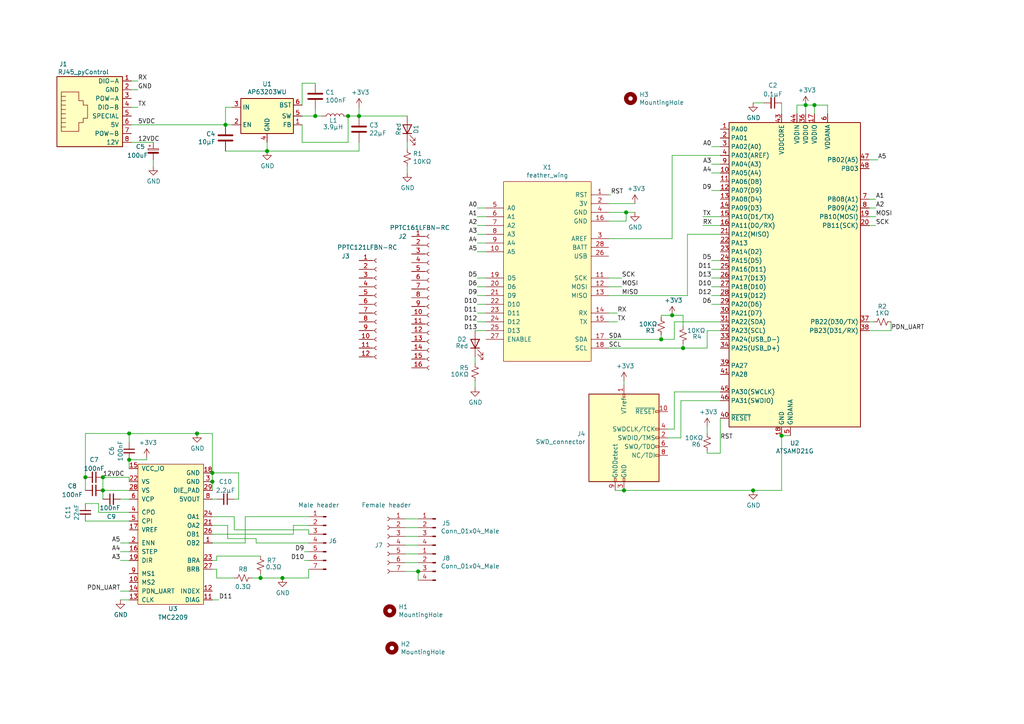
<source format=kicad_sch>
(kicad_sch (version 20201015) (generator eeschema)
  (page 1 1)
  (paper "A4")
  (title_block (title "Syringe Board") (date "2019-12-11") (rev "3.3") (company "Andy Lustig"))
  (lib_symbols
    (symbol "Connector:Conn_01x04_Male" (pin_names (offset 1.016) hide)
      (property "Reference" "J" (at 0 5.08 0))
      (property "Value" "Conn_01x04_Male" (at 0 -7.62 0))
      (symbol "Conn_01x04_Male_1_1"
        (pin passive line (at 5.08 2.54 180) (length 3.81) (name "Pin_1") (number "1"))
        (pin passive line (at 5.08 0 180) (length 3.81) (name "Pin_2") (number "2"))
        (pin passive line (at 5.08 -2.54 180) (length 3.81) (name "Pin_3") (number "3"))
        (pin passive line (at 5.08 -5.08 180) (length 3.81) (name "Pin_4") (number "4"))
      )
    )
    (symbol "Connector:Conn_01x07_Female" (pin_names (offset 1.016) hide)
      (property "Reference" "J" (at 0 10.16 0))
      (property "Value" "Conn_01x07_Female" (at 0 -10.16 0))
      (symbol "Conn_01x07_Female_1_1"
        (pin passive line (at -5.08 7.62 0) (length 3.81) (name "Pin_1") (number "1"))
        (pin passive line (at -5.08 5.08 0) (length 3.81) (name "Pin_2") (number "2"))
        (pin passive line (at -5.08 2.54 0) (length 3.81) (name "Pin_3") (number "3"))
        (pin passive line (at -5.08 0 0) (length 3.81) (name "Pin_4") (number "4"))
        (pin passive line (at -5.08 -2.54 0) (length 3.81) (name "Pin_5") (number "5"))
        (pin passive line (at -5.08 -5.08 0) (length 3.81) (name "Pin_6") (number "6"))
        (pin passive line (at -5.08 -7.62 0) (length 3.81) (name "Pin_7") (number "7"))
      )
    )
    (symbol "Connector:Conn_01x07_Male" (pin_names (offset 1.016) hide)
      (property "Reference" "J" (at 0 10.16 0))
      (property "Value" "Conn_01x07_Male" (at 0 -10.16 0))
      (symbol "Conn_01x07_Male_1_1"
        (pin passive line (at 5.08 7.62 180) (length 3.81) (name "Pin_1") (number "1"))
        (pin passive line (at 5.08 5.08 180) (length 3.81) (name "Pin_2") (number "2"))
        (pin passive line (at 5.08 2.54 180) (length 3.81) (name "Pin_3") (number "3"))
        (pin passive line (at 5.08 0 180) (length 3.81) (name "Pin_4") (number "4"))
        (pin passive line (at 5.08 -2.54 180) (length 3.81) (name "Pin_5") (number "5"))
        (pin passive line (at 5.08 -5.08 180) (length 3.81) (name "Pin_6") (number "6"))
        (pin passive line (at 5.08 -7.62 180) (length 3.81) (name "Pin_7") (number "7"))
      )
    )
    (symbol "Connector:Conn_01x12_Female" (pin_names (offset 1.016) hide)
      (property "Reference" "J" (at 0 15.24 0))
      (property "Value" "Conn_01x12_Female" (at 0 -17.78 0))
      (symbol "Conn_01x12_Female_1_1"
        (pin passive line (at -5.08 12.7 0) (length 3.81) (name "Pin_1") (number "1"))
        (pin passive line (at -5.08 -10.16 0) (length 3.81) (name "Pin_10") (number "10"))
        (pin passive line (at -5.08 -12.7 0) (length 3.81) (name "Pin_11") (number "11"))
        (pin passive line (at -5.08 -15.24 0) (length 3.81) (name "Pin_12") (number "12"))
        (pin passive line (at -5.08 10.16 0) (length 3.81) (name "Pin_2") (number "2"))
        (pin passive line (at -5.08 7.62 0) (length 3.81) (name "Pin_3") (number "3"))
        (pin passive line (at -5.08 5.08 0) (length 3.81) (name "Pin_4") (number "4"))
        (pin passive line (at -5.08 2.54 0) (length 3.81) (name "Pin_5") (number "5"))
        (pin passive line (at -5.08 0 0) (length 3.81) (name "Pin_6") (number "6"))
        (pin passive line (at -5.08 -2.54 0) (length 3.81) (name "Pin_7") (number "7"))
        (pin passive line (at -5.08 -5.08 0) (length 3.81) (name "Pin_8") (number "8"))
        (pin passive line (at -5.08 -7.62 0) (length 3.81) (name "Pin_9") (number "9"))
      )
    )
    (symbol "Connector:Conn_01x16_Female" (pin_names (offset 1.016) hide)
      (property "Reference" "J" (at 0 20.32 0))
      (property "Value" "Conn_01x16_Female" (at 0 -22.86 0))
      (symbol "Conn_01x16_Female_1_1"
        (pin passive line (at -5.08 17.78 0) (length 3.81) (name "Pin_1") (number "1"))
        (pin passive line (at -5.08 -5.08 0) (length 3.81) (name "Pin_10") (number "10"))
        (pin passive line (at -5.08 -7.62 0) (length 3.81) (name "Pin_11") (number "11"))
        (pin passive line (at -5.08 -10.16 0) (length 3.81) (name "Pin_12") (number "12"))
        (pin passive line (at -5.08 -12.7 0) (length 3.81) (name "Pin_13") (number "13"))
        (pin passive line (at -5.08 -15.24 0) (length 3.81) (name "Pin_14") (number "14"))
        (pin passive line (at -5.08 -17.78 0) (length 3.81) (name "Pin_15") (number "15"))
        (pin passive line (at -5.08 -20.32 0) (length 3.81) (name "Pin_16") (number "16"))
        (pin passive line (at -5.08 15.24 0) (length 3.81) (name "Pin_2") (number "2"))
        (pin passive line (at -5.08 12.7 0) (length 3.81) (name "Pin_3") (number "3"))
        (pin passive line (at -5.08 10.16 0) (length 3.81) (name "Pin_4") (number "4"))
        (pin passive line (at -5.08 7.62 0) (length 3.81) (name "Pin_5") (number "5"))
        (pin passive line (at -5.08 5.08 0) (length 3.81) (name "Pin_6") (number "6"))
        (pin passive line (at -5.08 2.54 0) (length 3.81) (name "Pin_7") (number "7"))
        (pin passive line (at -5.08 0 0) (length 3.81) (name "Pin_8") (number "8"))
        (pin passive line (at -5.08 -2.54 0) (length 3.81) (name "Pin_9") (number "9"))
      )
    )
    (symbol "Device:C" (pin_numbers hide) (pin_names (offset 0.254))
      (property "Reference" "C" (at 0.635 2.54 0))
      (property "Value" "C" (at 0.635 -2.54 0))
      (symbol "C_1_1"
        (pin passive line (at 0 3.81 270) (length 2.794) (name "~") (number "1"))
        (pin passive line (at 0 -3.81 90) (length 2.794) (name "~") (number "2"))
      )
    )
    (symbol "Device:C_Small" (pin_numbers hide) (pin_names (offset 0.254) hide)
      (property "Reference" "C" (at 0.254 1.778 0))
      (property "Value" "C_Small" (at 0.254 -2.032 0))
      (symbol "C_Small_1_1"
        (pin passive line (at 0 2.54 270) (length 2.032) (name "~") (number "1"))
        (pin passive line (at 0 -2.54 90) (length 2.032) (name "~") (number "2"))
      )
    )
    (symbol "Device:L" (pin_numbers hide) (pin_names (offset 1.016) hide)
      (property "Reference" "L" (at -1.27 0 90))
      (property "Value" "L" (at 1.905 0 90))
      (symbol "L_1_1"
        (pin passive line (at 0 3.81 270) (length 1.27) (name "1") (number "1"))
        (pin passive line (at 0 -3.81 90) (length 1.27) (name "2") (number "2"))
      )
    )
    (symbol "Device:LED" (pin_numbers hide) (pin_names (offset 1.016) hide)
      (property "Reference" "D" (at 0 2.54 0))
      (property "Value" "LED" (at 0 -2.54 0))
      (symbol "LED_1_1"
        (pin passive line (at -3.81 0 0) (length 2.54) (name "K") (number "1"))
        (pin passive line (at 3.81 0 180) (length 2.54) (name "A") (number "2"))
      )
    )
    (symbol "Device:R_Small_US" (pin_numbers hide) (pin_names (offset 0.254) hide)
      (property "Reference" "R" (at 0.762 0.508 0))
      (property "Value" "R_Small_US" (at 0.762 -1.016 0))
      (symbol "R_Small_US_1_1"
        (pin passive line (at 0 2.54 270) (length 1.016) (name "~") (number "1"))
        (pin passive line (at 0 -2.54 90) (length 1.016) (name "~") (number "2"))
      )
    )
    (symbol "Mechanical:MountingHole" (pin_names (offset 1.016))
      (property "Reference" "H" (at 0 5.08 0))
      (property "Value" "MountingHole" (at 0 3.175 0))
    )
    (symbol "asl_symbols:TMC2208" (pin_names (offset 1.016))
      (property "Reference" "U" (at -8.89 21.59 0))
      (property "Value" "TMC2208" (at 5.08 -21.59 0))
      (symbol "TMC2208_1_1"
        (pin input line (at 11.43 -2.54 180) (length 2.54) (name "OB2") (number "1"))
        (pin input line (at -12.7 -13.97 0) (length 2.54) (name "MS2") (number "10"))
        (pin output line (at 11.43 -19.05 180) (length 2.54) (name "DIAG") (number "11"))
        (pin output line (at 11.43 -16.51 180) (length 2.54) (name "INDEX") (number "12"))
        (pin input line (at -12.7 -19.05 0) (length 2.54) (name "CLK") (number "13"))
        (pin bidirectional line (at -12.7 -16.51 0) (length 2.54) (name "PDN_UART") (number "14"))
        (pin input line (at -12.7 19.05 0) (length 2.54) (name "VCC_IO") (number "15"))
        (pin input line (at -12.7 -5.08 0) (length 2.54) (name "STEP") (number "16"))
        (pin input line (at -12.7 1.27 0) (length 2.54) (name "VREF") (number "17"))
        (pin input line (at 11.43 17.78 180) (length 2.54) (name "GND") (number "18"))
        (pin input line (at -12.7 -7.62 0) (length 2.54) (name "DIR") (number "19"))
        (pin input line (at -12.7 -2.54 0) (length 2.54) (name "ENN") (number "2"))
        (pin unconnected line (at 8.89 25.4 0) (length 2.54) hide (name "N.C.") (number "20"))
        (pin input line (at 11.43 2.54 180) (length 2.54) (name "OA2") (number "21"))
        (pin input line (at -12.7 15.24 0) (length 2.54) (name "VS") (number "22"))
        (pin input line (at 11.43 -7.62 180) (length 2.54) (name "BRA") (number "23"))
        (pin input line (at 11.43 5.08 180) (length 2.54) (name "OA1") (number "24"))
        (pin unconnected line (at 8.89 22.86 0) (length 2.54) hide (name "N.C.") (number "25"))
        (pin input line (at 11.43 0 180) (length 2.54) (name "OB1") (number "26"))
        (pin input line (at 11.43 -10.16 180) (length 2.54) (name "BRB") (number "27"))
        (pin input line (at -12.7 12.7 0) (length 2.54) (name "VS") (number "28"))
        (pin output line (at 11.43 12.7 180) (length 2.54) (name "DIE_PAD") (number "29"))
        (pin input line (at 11.43 15.24 180) (length 2.54) (name "GND") (number "3"))
        (pin input line (at -12.7 6.35 0) (length 2.54) (name "CPO") (number "4"))
        (pin input line (at -12.7 3.81 0) (length 2.54) (name "CPI") (number "5"))
        (pin input line (at -12.7 10.16 0) (length 2.54) (name "VCP") (number "6"))
        (pin unconnected line (at 8.89 27.94 0) (length 2.54) hide (name "N.C.") (number "7"))
        (pin output line (at 11.43 10.16 180) (length 2.54) (name "5VOUT") (number "8"))
        (pin input line (at -12.7 -11.43 0) (length 2.54) (name "MS1") (number "9"))
      )
    )
    (symbol "asl_symbols:feather_wing" (pin_names (offset 1.016))
      (property "Reference" "X" (at -11.43 26.67 0))
      (property "Value" "feather_wing" (at 0 -26.67 0))
      (symbol "feather_wing_1_0"
        (pin bidirectional line (at -17.78 20.32 0) (length 5.08) (name "RST") (number "1"))
        (pin bidirectional line (at 17.78 3.81 180) (length 5.08) (name "A5") (number "10"))
        (pin bidirectional line (at -17.78 -3.81 0) (length 5.08) (name "SCK") (number "11"))
        (pin bidirectional line (at -17.78 -6.35 0) (length 5.08) (name "MOSI") (number "12"))
        (pin bidirectional line (at -17.78 -8.89 0) (length 5.08) (name "MISO") (number "13"))
        (pin bidirectional line (at -17.78 -13.97 0) (length 5.08) (name "RX") (number "14"))
        (pin bidirectional line (at -17.78 -16.51 0) (length 5.08) (name "TX") (number "15"))
        (pin bidirectional line (at -17.78 12.7 0) (length 5.08) (name "GND") (number "16"))
        (pin bidirectional line (at -17.78 -21.59 0) (length 5.08) (name "SDA") (number "17"))
        (pin bidirectional line (at -17.78 -24.13 0) (length 5.08) (name "SCL") (number "18"))
        (pin bidirectional line (at 17.78 -3.81 180) (length 5.08) (name "D5") (number "19"))
        (pin bidirectional line (at -17.78 17.78 0) (length 5.08) (name "3V") (number "2"))
        (pin bidirectional line (at 17.78 -6.35 180) (length 5.08) (name "D6") (number "20"))
        (pin bidirectional line (at 17.78 -8.89 180) (length 5.08) (name "D9") (number "21"))
        (pin bidirectional line (at 17.78 -11.43 180) (length 5.08) (name "D10") (number "22"))
        (pin bidirectional line (at 17.78 -13.97 180) (length 5.08) (name "D11") (number "23"))
        (pin bidirectional line (at 17.78 -16.51 180) (length 5.08) (name "D12") (number "24"))
        (pin bidirectional line (at 17.78 -19.05 180) (length 5.08) (name "D13") (number "25"))
        (pin bidirectional line (at -17.78 2.54 0) (length 5.08) (name "USB") (number "26"))
        (pin bidirectional line (at 17.78 -21.59 180) (length 5.08) (name "ENABLE") (number "27"))
        (pin bidirectional line (at -17.78 5.08 0) (length 5.08) (name "BATT") (number "28"))
        (pin bidirectional line (at -17.78 7.62 0) (length 5.08) (name "AREF") (number "3"))
        (pin bidirectional line (at -17.78 15.24 0) (length 5.08) (name "GND") (number "4"))
        (pin bidirectional line (at 17.78 16.51 180) (length 5.08) (name "A0") (number "5"))
        (pin bidirectional line (at 17.78 13.97 180) (length 5.08) (name "A1") (number "6"))
        (pin bidirectional line (at 17.78 11.43 180) (length 5.08) (name "A2") (number "7"))
        (pin bidirectional line (at 17.78 8.89 180) (length 5.08) (name "A3") (number "8"))
        (pin bidirectional line (at 17.78 6.35 180) (length 5.08) (name "A4") (number "9"))
      )
    )
    (symbol "asl_symbols_new:AP63203WU"
      (property "Reference" "U" (at -7.62 6.35 0))
      (property "Value" "AP63203WU" (at 2.54 6.35 0))
      (symbol "AP63203WU_1_1"
        (pin input line (at 10.16 -2.54 180) (length 2.54) (name "FB") (number "1"))
        (pin input line (at -10.16 -2.54 0) (length 2.54) (name "EN") (number "2"))
        (pin power_in line (at -10.16 2.54 0) (length 2.54) (name "IN") (number "3"))
        (pin power_in line (at 0 -7.62 90) (length 2.54) (name "GND") (number "4"))
        (pin output line (at 10.16 0 180) (length 2.54) (name "SW") (number "5"))
        (pin passive line (at 10.16 3.175 180) (length 2.54) (name "BST") (number "6"))
      )
    )
    (symbol "asl_symbols_new:ATSAMD21G_1"
      (property "Reference" "U" (at -17.78 45.085 0))
      (property "Value" "ATSAMD21G" (at -13.335 42.545 0))
      (symbol "ATSAMD21G_1_1_1"
        (pin bidirectional line (at -21.59 38.735 0) (length 2.54) (name "PA00") (number "1"))
        (pin bidirectional line (at -21.59 26.035 0) (length 2.54) (name "PA05(A4)") (number "10"))
        (pin bidirectional line (at -21.59 23.495 0) (length 2.54) (name "PA06(D8)") (number "11"))
        (pin bidirectional line (at -21.59 20.955 0) (length 2.54) (name "PA07(D9)") (number "12"))
        (pin bidirectional line (at -21.59 18.415 0) (length 2.54) (name "PA08(D4)") (number "13"))
        (pin bidirectional line (at -21.59 15.875 0) (length 2.54) (name "PA09(D3)") (number "14"))
        (pin bidirectional line (at -21.59 13.335 0) (length 2.54) (name "PA10(D1/TX)") (number "15"))
        (pin bidirectional line (at -21.59 10.795 0) (length 2.54) (name "PA11(D0/RX)") (number "16"))
        (pin power_in line (at 5.715 43.18 270) (length 2.54) (name "VDDIO") (number "17"))
        (pin power_in line (at -3.81 -50.165 90) (length 2.54) (name "GND") (number "18"))
        (pin bidirectional line (at 21.59 13.335 180) (length 2.54) (name "PB10(MOSI)") (number "19"))
        (pin bidirectional line (at -21.59 36.195 0) (length 2.54) (name "PA01") (number "2"))
        (pin bidirectional line (at 21.59 10.795 180) (length 2.54) (name "PB11(SCK)") (number "20"))
        (pin bidirectional line (at -21.59 8.255 0) (length 2.54) (name "PA12(MISO)") (number "21"))
        (pin bidirectional line (at -21.59 5.715 0) (length 2.54) (name "PA13") (number "22"))
        (pin bidirectional line (at -21.59 3.175 0) (length 2.54) (name "PA14(D2)") (number "23"))
        (pin bidirectional line (at -21.59 0.635 0) (length 2.54) (name "PA15(D5)") (number "24"))
        (pin bidirectional line (at -21.59 -1.905 0) (length 2.54) (name "PA16(D11)") (number "25"))
        (pin bidirectional line (at -21.59 -4.445 0) (length 2.54) (name "PA17(D13)") (number "26"))
        (pin bidirectional line (at -21.59 -6.985 0) (length 2.54) (name "PA18(D10)") (number "27"))
        (pin bidirectional line (at -21.59 -9.525 0) (length 2.54) (name "PA19(D12)") (number "28"))
        (pin bidirectional line (at -21.59 -12.065 0) (length 2.54) (name "PA20(D6)") (number "29"))
        (pin bidirectional line (at -21.59 33.655 0) (length 2.54) (name "PA02(A0)") (number "3"))
        (pin bidirectional line (at -21.59 -14.605 0) (length 2.54) (name "PA21(D7)") (number "30"))
        (pin bidirectional line (at -21.59 -17.145 0) (length 2.54) (name "PA22(SDA)") (number "31"))
        (pin bidirectional line (at -21.59 -19.685 0) (length 2.54) (name "PA23(SCL)") (number "32"))
        (pin bidirectional line (at -21.59 -22.225 0) (length 2.54) (name "PA24(USB_D-)") (number "33"))
        (pin bidirectional line (at -21.59 -24.765 0) (length 2.54) (name "PA25(USB_D+)") (number "34"))
        (pin passive line (at -3.81 -50.165 90) (length 2.54) hide (name "GND") (number "35"))
        (pin power_in line (at 3.175 43.18 270) (length 2.54) (name "VDDIO") (number "36"))
        (pin bidirectional line (at 21.59 -17.145 180) (length 2.54) (name "PB22(D30/TX)") (number "37"))
        (pin bidirectional line (at 21.59 -19.685 180) (length 2.54) (name "PB23(D31/RX)") (number "38"))
        (pin bidirectional line (at -21.59 -29.845 0) (length 2.54) (name "PA27") (number "39"))
        (pin bidirectional line (at -21.59 31.115 0) (length 2.54) (name "PA03(AREF)") (number "4"))
        (pin input line (at -21.59 -45.085 0) (length 2.54) (name "~RESET") (number "40"))
        (pin bidirectional line (at -21.59 -32.385 0) (length 2.54) (name "PA28") (number "41"))
        (pin passive line (at -3.81 -50.165 90) (length 2.54) hide (name "GND") (number "42"))
        (pin power_out line (at -3.81 43.18 270) (length 2.54) (name "VDDCORE") (number "43"))
        (pin power_in line (at 0.635 43.18 270) (length 2.54) (name "VDDIN") (number "44"))
        (pin bidirectional line (at -21.59 -37.465 0) (length 2.54) (name "PA30(SWCLK)") (number "45"))
        (pin bidirectional line (at -21.59 -40.005 0) (length 2.54) (name "PA31(SWDIO)") (number "46"))
        (pin bidirectional line (at 21.59 29.845 180) (length 2.54) (name "PB02(A5)") (number "47"))
        (pin bidirectional line (at 21.59 27.305 180) (length 2.54) (name "PB03") (number "48"))
        (pin power_in line (at -1.27 -50.165 90) (length 2.54) (name "GNDANA") (number "5"))
        (pin power_in line (at 9.525 43.18 270) (length 2.54) (name "VDDANA") (number "6"))
        (pin bidirectional line (at 21.59 18.415 180) (length 2.54) (name "PB08(A1)") (number "7"))
        (pin bidirectional line (at 21.59 15.875 180) (length 2.54) (name "PB09(A2)") (number "8"))
        (pin bidirectional line (at -21.59 28.575 0) (length 2.54) (name "PA04(A3)") (number "9"))
      )
    )
    (symbol "asl_symbols_new:RJ45_pyControl" (pin_names (offset 1.016))
      (property "Reference" "J" (at -8.89 11.43 0))
      (property "Value" "RJ45_pyControl" (at -10.16 -11.43 0))
      (symbol "RJ45_pyControl_1_1"
        (pin passive line (at 11.43 -8.89 180) (length 2.54) (name "DIO-A") (number "1"))
        (pin passive line (at 11.43 -6.35 180) (length 2.54) (name "GND") (number "2"))
        (pin passive line (at 11.43 -3.81 180) (length 2.54) (name "POW-A") (number "3"))
        (pin passive line (at 11.43 -1.27 180) (length 2.54) (name "DIO-B") (number "4"))
        (pin passive line (at 11.43 1.27 180) (length 2.54) (name "SPECIAL") (number "5"))
        (pin passive line (at 11.43 3.81 180) (length 2.54) (name "5V") (number "6"))
        (pin passive line (at 11.43 6.35 180) (length 2.54) (name "POW-B") (number "7"))
        (pin passive line (at 11.43 8.89 180) (length 2.54) (name "12V") (number "8"))
      )
    )
    (symbol "asl_symbols_new:SWD_connector" (pin_names (offset 1.016))
      (property "Reference" "J" (at -2.54 16.51 0))
      (property "Value" "SWD_connector" (at -2.54 13.97 0))
      (symbol "SWD_connector_1_1"
        (pin power_in line (at 0 15.24 270) (length 2.54) (name "VTref") (number "1"))
        (pin open_collector line (at 12.7 7.62 180) (length 2.54) (name "~RESET~") (number "10"))
        (pin bidirectional line (at 12.7 0 180) (length 2.54) (name "SWDIO/TMS") (number "2"))
        (pin power_in line (at 0 -15.24 90) (length 2.54) (name "GND") (number "3"))
        (pin output line (at 12.7 2.54 180) (length 2.54) (name "SWDCLK/TCK") (number "4"))
        (pin passive line (at 0 -15.24 90) (length 2.54) hide (name "GND") (number "5"))
        (pin input line (at 12.7 -2.54 180) (length 2.54) (name "SWO/TDO") (number "6"))
        (pin unconnected line (at -10.16 0 0) (length 2.54) hide (name "KEY") (number "7"))
        (pin output line (at 12.7 -5.08 180) (length 2.54) (name "NC/TDI") (number "8"))
        (pin passive line (at -2.54 -15.24 90) (length 2.54) (name "GNDDetect") (number "9"))
      )
    )
    (symbol "power:+3V3" (power) (pin_names (offset 0))
      (property "Value" "+3V3" (at 0 3.556 0))
      (symbol "+3V3_1_1"
        (pin power_in line (at 0 0 90) (length 0) hide (name "+3V3") (number "1"))
      )
    )
    (symbol "power:GND" (power) (pin_names (offset 0))
      (property "Value" "GND" (at 0 -3.81 0))
      (symbol "GND_1_1"
        (pin power_in line (at 0 0 270) (length 0) hide (name "GND") (number "1"))
      )
    )
    (symbol "syringe_board-rescue:CP_Small-Device" (pin_numbers hide) (pin_names (offset 0.254) hide)
      (property "Reference" "C" (at 0.254 1.778 0))
      (property "Value" "CP_Small-Device" (at 0.254 -2.032 0))
      (symbol "CP_Small-Device_1_1"
        (pin passive line (at 0 2.54 270) (length 1.8542) (name "~") (number "1"))
        (pin passive line (at 0 -2.54 90) (length 1.8542) (name "~") (number "2"))
      )
    )
  )
  (junction (at 24.765 138.43) (diameter 1.016))
  (junction (at 29.845 138.43) (diameter 1.016))
  (junction (at 29.845 142.24) (diameter 1.016))
  (junction (at 37.465 125.73) (diameter 1.016))
  (junction (at 37.465 133.35) (diameter 1.016))
  (junction (at 57.15 125.73) (diameter 1.016))
  (junction (at 61.595 137.16) (diameter 1.016))
  (junction (at 61.595 139.7) (diameter 1.016))
  (junction (at 65.405 36.195) (diameter 1.016))
  (junction (at 75.565 167.64) (diameter 1.016))
  (junction (at 77.47 43.815) (diameter 1.016))
  (junction (at 81.915 167.64) (diameter 1.016))
  (junction (at 91.44 33.655) (diameter 1.016))
  (junction (at 100.965 33.655) (diameter 1.016))
  (junction (at 104.14 33.655) (diameter 1.016))
  (junction (at 121.285 165.735) (diameter 1.016))
  (junction (at 180.975 142.24) (diameter 1.016))
  (junction (at 181.61 61.595) (diameter 1.016))
  (junction (at 191.77 98.425) (diameter 1.016))
  (junction (at 194.945 91.44) (diameter 1.016))
  (junction (at 198.12 100.965) (diameter 1.016))
  (junction (at 218.44 142.24) (diameter 1.016))
  (junction (at 226.695 126.365) (diameter 1.016))
  (junction (at 233.68 30.48) (diameter 1.016))
  (junction (at 236.22 30.48) (diameter 1.016))
  (wire (pts (xy 24.765 125.73) (xy 24.765 138.43)))
  (wire (pts (xy 24.765 138.43) (xy 24.765 142.24)))
  (wire (pts (xy 24.765 146.05) (xy 28.575 146.05)))
  (wire (pts (xy 28.575 146.05) (xy 28.575 148.59)))
  (wire (pts (xy 28.575 148.59) (xy 37.465 148.59)))
  (wire (pts (xy 29.845 138.43) (xy 29.845 142.24)))
  (wire (pts (xy 29.845 138.43) (xy 37.465 138.43)))
  (wire (pts (xy 29.845 142.24) (xy 37.465 142.24)))
  (wire (pts (xy 29.845 144.78) (xy 29.845 142.24)))
  (wire (pts (xy 34.925 157.48) (xy 37.465 157.48)))
  (wire (pts (xy 34.925 173.99) (xy 37.465 173.99)))
  (wire (pts (xy 37.465 125.73) (xy 24.765 125.73)))
  (wire (pts (xy 37.465 128.27) (xy 37.465 125.73)))
  (wire (pts (xy 37.465 133.35) (xy 37.465 135.89)))
  (wire (pts (xy 37.465 133.35) (xy 42.545 133.35)))
  (wire (pts (xy 37.465 138.43) (xy 37.465 139.7)))
  (wire (pts (xy 37.465 144.78) (xy 34.925 144.78)))
  (wire (pts (xy 37.465 151.13) (xy 24.765 151.13)))
  (wire (pts (xy 37.465 160.02) (xy 34.925 160.02)))
  (wire (pts (xy 37.465 162.56) (xy 34.925 162.56)))
  (wire (pts (xy 37.465 171.45) (xy 34.925 171.45)))
  (wire (pts (xy 38.1 23.495) (xy 40.005 23.495)))
  (wire (pts (xy 38.1 26.035) (xy 40.005 26.035)))
  (wire (pts (xy 38.1 31.115) (xy 40.005 31.115)))
  (wire (pts (xy 38.1 36.195) (xy 65.405 36.195)))
  (wire (pts (xy 38.1 41.275) (xy 44.45 41.275)))
  (wire (pts (xy 42.545 132.715) (xy 42.545 133.35)))
  (wire (pts (xy 44.45 46.355) (xy 44.45 48.26)))
  (wire (pts (xy 57.15 125.73) (xy 37.465 125.73)))
  (wire (pts (xy 61.595 125.73) (xy 57.15 125.73)))
  (wire (pts (xy 61.595 137.16) (xy 61.595 125.73)))
  (wire (pts (xy 61.595 137.16) (xy 61.595 139.7)))
  (wire (pts (xy 61.595 139.7) (xy 61.595 142.24)))
  (wire (pts (xy 61.595 144.78) (xy 62.865 144.78)))
  (wire (pts (xy 61.595 149.86) (xy 67.945 149.86)))
  (wire (pts (xy 61.595 152.4) (xy 66.04 152.4)))
  (wire (pts (xy 61.595 157.48) (xy 71.12 157.48)))
  (wire (pts (xy 61.595 165.1) (xy 62.865 165.1)))
  (wire (pts (xy 61.595 173.99) (xy 63.5 173.99)))
  (wire (pts (xy 62.865 161.29) (xy 62.865 162.56)))
  (wire (pts (xy 62.865 162.56) (xy 61.595 162.56)))
  (wire (pts (xy 62.865 165.1) (xy 62.865 167.64)))
  (wire (pts (xy 62.865 167.64) (xy 67.945 167.64)))
  (wire (pts (xy 65.405 31.115) (xy 67.31 31.115)))
  (wire (pts (xy 65.405 36.195) (xy 65.405 31.115)))
  (wire (pts (xy 65.405 43.815) (xy 77.47 43.815)))
  (wire (pts (xy 66.04 152.4) (xy 66.04 156.21)))
  (wire (pts (xy 66.04 156.21) (xy 74.295 156.21)))
  (wire (pts (xy 67.31 36.195) (xy 65.405 36.195)))
  (wire (pts (xy 67.945 144.78) (xy 69.215 144.78)))
  (wire (pts (xy 67.945 149.86) (xy 67.945 153.67)))
  (wire (pts (xy 67.945 153.67) (xy 89.535 153.67)))
  (wire (pts (xy 69.215 137.16) (xy 61.595 137.16)))
  (wire (pts (xy 69.215 144.78) (xy 69.215 137.16)))
  (wire (pts (xy 71.12 149.86) (xy 71.12 157.48)))
  (wire (pts (xy 71.12 149.86) (xy 89.535 149.86)))
  (wire (pts (xy 73.025 167.64) (xy 75.565 167.64)))
  (wire (pts (xy 74.295 156.21) (xy 74.295 157.48)))
  (wire (pts (xy 74.295 157.48) (xy 89.535 157.48)))
  (wire (pts (xy 75.565 161.29) (xy 62.865 161.29)))
  (wire (pts (xy 75.565 167.64) (xy 75.565 166.37)))
  (wire (pts (xy 75.565 167.64) (xy 81.915 167.64)))
  (wire (pts (xy 77.47 43.815) (xy 77.47 41.275)))
  (wire (pts (xy 77.47 43.815) (xy 104.14 43.815)))
  (wire (pts (xy 81.915 167.64) (xy 89.535 167.64)))
  (wire (pts (xy 85.09 152.4) (xy 85.09 154.94)))
  (wire (pts (xy 85.09 152.4) (xy 89.535 152.4)))
  (wire (pts (xy 85.09 154.94) (xy 61.595 154.94)))
  (wire (pts (xy 87.63 24.13) (xy 87.63 30.48)))
  (wire (pts (xy 87.63 24.13) (xy 91.44 24.13)))
  (wire (pts (xy 87.63 33.655) (xy 91.44 33.655)))
  (wire (pts (xy 87.63 36.195) (xy 87.63 41.275)))
  (wire (pts (xy 87.63 41.275) (xy 100.965 41.275)))
  (wire (pts (xy 88.265 162.56) (xy 89.535 162.56)))
  (wire (pts (xy 89.535 153.67) (xy 89.535 154.94)))
  (wire (pts (xy 89.535 160.02) (xy 88.265 160.02)))
  (wire (pts (xy 89.535 165.1) (xy 89.535 167.64)))
  (wire (pts (xy 91.44 31.75) (xy 91.44 33.655)))
  (wire (pts (xy 91.44 33.655) (xy 93.345 33.655)))
  (wire (pts (xy 100.965 33.655) (xy 104.14 33.655)))
  (wire (pts (xy 100.965 41.275) (xy 100.965 33.655)))
  (wire (pts (xy 104.14 31.115) (xy 104.14 33.655)))
  (wire (pts (xy 104.14 33.655) (xy 118.11 33.655)))
  (wire (pts (xy 104.14 43.815) (xy 104.14 41.275)))
  (wire (pts (xy 117.475 150.495) (xy 121.285 150.495)))
  (wire (pts (xy 117.475 153.035) (xy 121.285 153.035)))
  (wire (pts (xy 117.475 155.575) (xy 121.285 155.575)))
  (wire (pts (xy 117.475 158.115) (xy 121.285 158.115)))
  (wire (pts (xy 117.475 160.655) (xy 121.285 160.655)))
  (wire (pts (xy 117.475 163.195) (xy 121.285 163.195)))
  (wire (pts (xy 117.475 165.735) (xy 121.285 165.735)))
  (wire (pts (xy 118.11 41.275) (xy 118.11 43.18)))
  (wire (pts (xy 118.11 48.26) (xy 118.11 50.165)))
  (wire (pts (xy 121.285 165.735) (xy 121.285 168.275)))
  (wire (pts (xy 137.795 95.885) (xy 140.97 95.885)))
  (wire (pts (xy 137.795 105.41) (xy 137.795 103.505)))
  (wire (pts (xy 137.795 110.49) (xy 137.795 112.395)))
  (wire (pts (xy 138.43 60.325) (xy 140.97 60.325)))
  (wire (pts (xy 138.43 62.865) (xy 140.97 62.865)))
  (wire (pts (xy 138.43 65.405) (xy 140.97 65.405)))
  (wire (pts (xy 138.43 67.945) (xy 140.97 67.945)))
  (wire (pts (xy 138.43 70.485) (xy 140.97 70.485)))
  (wire (pts (xy 138.43 73.025) (xy 140.97 73.025)))
  (wire (pts (xy 138.43 80.645) (xy 140.97 80.645)))
  (wire (pts (xy 138.43 83.185) (xy 140.97 83.185)))
  (wire (pts (xy 138.43 85.725) (xy 140.97 85.725)))
  (wire (pts (xy 138.43 88.265) (xy 140.97 88.265)))
  (wire (pts (xy 138.43 90.805) (xy 140.97 90.805)))
  (wire (pts (xy 138.43 93.345) (xy 140.97 93.345)))
  (wire (pts (xy 176.53 56.515) (xy 177.165 56.515)))
  (wire (pts (xy 176.53 59.055) (xy 184.15 59.055)))
  (wire (pts (xy 176.53 61.595) (xy 181.61 61.595)))
  (wire (pts (xy 176.53 64.135) (xy 181.61 64.135)))
  (wire (pts (xy 176.53 69.215) (xy 194.945 69.215)))
  (wire (pts (xy 176.53 80.645) (xy 180.34 80.645)))
  (wire (pts (xy 176.53 83.185) (xy 180.34 83.185)))
  (wire (pts (xy 176.53 85.725) (xy 199.39 85.725)))
  (wire (pts (xy 176.53 90.805) (xy 179.07 90.805)))
  (wire (pts (xy 176.53 93.345) (xy 179.07 93.345)))
  (wire (pts (xy 176.53 98.425) (xy 191.77 98.425)))
  (wire (pts (xy 176.53 100.965) (xy 198.12 100.965)))
  (wire (pts (xy 178.435 142.24) (xy 180.975 142.24)))
  (wire (pts (xy 180.975 110.49) (xy 180.975 111.76)))
  (wire (pts (xy 180.975 142.24) (xy 218.44 142.24)))
  (wire (pts (xy 181.61 61.595) (xy 181.61 64.135)))
  (wire (pts (xy 181.61 61.595) (xy 184.15 61.595)))
  (wire (pts (xy 191.77 91.44) (xy 194.945 91.44)))
  (wire (pts (xy 191.77 92.075) (xy 191.77 91.44)))
  (wire (pts (xy 191.77 97.155) (xy 191.77 98.425)))
  (wire (pts (xy 193.675 127) (xy 197.485 127)))
  (wire (pts (xy 194.945 45.085) (xy 208.915 45.085)))
  (wire (pts (xy 194.945 69.215) (xy 194.945 45.085)))
  (wire (pts (xy 194.945 91.44) (xy 198.12 91.44)))
  (wire (pts (xy 195.58 93.345) (xy 195.58 98.425)))
  (wire (pts (xy 195.58 98.425) (xy 191.77 98.425)))
  (wire (pts (xy 195.58 113.665) (xy 195.58 124.46)))
  (wire (pts (xy 195.58 124.46) (xy 193.675 124.46)))
  (wire (pts (xy 197.485 116.205) (xy 208.915 116.205)))
  (wire (pts (xy 197.485 127) (xy 197.485 116.205)))
  (wire (pts (xy 198.12 91.44) (xy 198.12 94.615)))
  (wire (pts (xy 198.12 99.695) (xy 198.12 100.965)))
  (wire (pts (xy 199.39 67.945) (xy 208.915 67.945)))
  (wire (pts (xy 199.39 85.725) (xy 199.39 67.945)))
  (wire (pts (xy 203.835 62.865) (xy 208.915 62.865)))
  (wire (pts (xy 203.835 65.405) (xy 208.915 65.405)))
  (wire (pts (xy 205.105 95.885) (xy 205.105 100.965)))
  (wire (pts (xy 205.105 100.965) (xy 198.12 100.965)))
  (wire (pts (xy 205.105 123.825) (xy 205.105 125.73)))
  (wire (pts (xy 205.105 131.445) (xy 205.105 130.81)))
  (wire (pts (xy 205.105 131.445) (xy 208.915 131.445)))
  (wire (pts (xy 206.375 42.545) (xy 208.915 42.545)))
  (wire (pts (xy 206.375 47.625) (xy 208.915 47.625)))
  (wire (pts (xy 206.375 50.165) (xy 208.915 50.165)))
  (wire (pts (xy 206.375 55.245) (xy 208.915 55.245)))
  (wire (pts (xy 206.375 75.565) (xy 208.915 75.565)))
  (wire (pts (xy 206.375 78.105) (xy 208.915 78.105)))
  (wire (pts (xy 206.375 80.645) (xy 208.915 80.645)))
  (wire (pts (xy 206.375 83.185) (xy 208.915 83.185)))
  (wire (pts (xy 206.375 85.725) (xy 208.915 85.725)))
  (wire (pts (xy 206.375 88.265) (xy 208.915 88.265)))
  (wire (pts (xy 208.915 93.345) (xy 195.58 93.345)))
  (wire (pts (xy 208.915 95.885) (xy 205.105 95.885)))
  (wire (pts (xy 208.915 113.665) (xy 195.58 113.665)))
  (wire (pts (xy 208.915 121.285) (xy 208.915 131.445)))
  (wire (pts (xy 218.44 29.845) (xy 221.615 29.845)))
  (wire (pts (xy 218.44 142.24) (xy 226.695 142.24)))
  (wire (pts (xy 226.695 29.845) (xy 226.695 33.02)))
  (wire (pts (xy 226.695 126.365) (xy 226.695 142.24)))
  (wire (pts (xy 226.695 126.365) (xy 229.235 126.365)))
  (wire (pts (xy 231.14 30.48) (xy 233.68 30.48)))
  (wire (pts (xy 231.14 33.02) (xy 231.14 30.48)))
  (wire (pts (xy 233.68 30.48) (xy 233.68 33.02)))
  (wire (pts (xy 233.68 30.48) (xy 236.22 30.48)))
  (wire (pts (xy 236.22 30.48) (xy 236.22 33.02)))
  (wire (pts (xy 240.03 30.48) (xy 236.22 30.48)))
  (wire (pts (xy 240.03 33.02) (xy 240.03 30.48)))
  (wire (pts (xy 252.095 46.355) (xy 254.635 46.355)))
  (wire (pts (xy 252.095 57.785) (xy 254 57.785)))
  (wire (pts (xy 252.095 60.325) (xy 254 60.325)))
  (wire (pts (xy 252.095 62.865) (xy 254 62.865)))
  (wire (pts (xy 252.095 65.405) (xy 254 65.405)))
  (wire (pts (xy 252.095 93.345) (xy 253.365 93.345)))
  (wire (pts (xy 252.095 95.885) (xy 258.445 95.885)))
  (wire (pts (xy 258.445 95.885) (xy 258.445 93.345)))
  (label "12VDC" (at 29.845 138.43 0))
  (label "A5" (at 34.925 157.48 180))
  (label "A4" (at 34.925 160.02 180))
  (label "A3" (at 34.925 162.56 180))
  (label "PDN_UART" (at 34.925 171.45 180))
  (label "RX" (at 40.005 23.495 0))
  (label "GND" (at 40.005 26.035 0))
  (label "TX" (at 40.005 31.115 0))
  (label "5VDC" (at 40.005 36.195 0))
  (label "12VDC" (at 40.005 41.275 0))
  (label "D11" (at 63.5 173.99 0))
  (label "D9" (at 88.265 160.02 180))
  (label "D10" (at 88.265 162.56 180))
  (label "A0" (at 138.43 60.325 180))
  (label "A1" (at 138.43 62.865 180))
  (label "A2" (at 138.43 65.405 180))
  (label "A3" (at 138.43 67.945 180))
  (label "A4" (at 138.43 70.485 180))
  (label "A5" (at 138.43 73.025 180))
  (label "D5" (at 138.43 80.645 180))
  (label "D6" (at 138.43 83.185 180))
  (label "D9" (at 138.43 85.725 180))
  (label "D10" (at 138.43 88.265 180))
  (label "D11" (at 138.43 90.805 180))
  (label "D12" (at 138.43 93.345 180))
  (label "D13" (at 138.43 95.885 180))
  (label "SDA" (at 176.53 98.425 0))
  (label "SCL" (at 176.53 100.965 0))
  (label "RST" (at 177.165 56.515 0))
  (label "RX" (at 179.07 90.805 0))
  (label "TX" (at 179.07 93.345 0))
  (label "SCK" (at 180.34 80.645 0))
  (label "MOSI" (at 180.34 83.185 0))
  (label "MISO" (at 180.34 85.725 0))
  (label "TX" (at 203.835 62.865 0))
  (label "RX" (at 203.835 65.405 0))
  (label "A0" (at 206.375 42.545 180))
  (label "A3" (at 206.375 47.625 180))
  (label "A4" (at 206.375 50.165 180))
  (label "D9" (at 206.375 55.245 180))
  (label "D5" (at 206.375 75.565 180))
  (label "D11" (at 206.375 78.105 180))
  (label "D13" (at 206.375 80.645 180))
  (label "D10" (at 206.375 83.185 180))
  (label "D12" (at 206.375 85.725 180))
  (label "D6" (at 206.375 88.265 180))
  (label "RST" (at 208.915 127.635 0))
  (label "A1" (at 254 57.785 0))
  (label "A2" (at 254 60.325 0))
  (label "MOSI" (at 254 62.865 0))
  (label "SCK" (at 254 65.405 0))
  (label "A5" (at 254.635 46.355 0))
  (label "PDN_UART" (at 258.445 95.885 0))
  (symbol (lib_id "power:+3V3") (at 42.545 132.715 0) (unit 1)
    (property "Reference" "#PWR014" (effects hide))
    (property "Value" "+3V3" (at 42.9133 128.3906 0))
  )
  (symbol (lib_id "power:+3V3") (at 104.14 31.115 0) (unit 1)
    (property "Reference" "#PWR03" (effects hide))
    (property "Value" "+3V3" (at 104.5083 26.7906 0))
  )
  (symbol (lib_id "power:+3V3") (at 180.975 110.49 0) (unit 1)
    (property "Reference" "#PWR010" (effects hide))
    (property "Value" "+3V3" (at 181.3433 106.1656 0))
  )
  (symbol (lib_id "power:+3V3") (at 184.15 59.055 0) (unit 1)
    (property "Reference" "#PWR07" (effects hide))
    (property "Value" "+3V3" (at 184.5183 54.7306 0))
  )
  (symbol (lib_id "power:+3V3") (at 194.945 91.44 0) (unit 1)
    (property "Reference" "#PWR09" (effects hide))
    (property "Value" "+3V3" (at 195.3133 87.1156 0))
  )
  (symbol (lib_id "power:+3V3") (at 205.105 123.825 0) (unit 1)
    (property "Reference" "#PWR012" (effects hide))
    (property "Value" "+3V3" (at 205.4733 119.5006 0))
  )
  (symbol (lib_id "power:+3V3") (at 233.68 30.48 0) (unit 1)
    (property "Reference" "#PWR02" (effects hide))
    (property "Value" "+3V3" (at 234.0483 26.1556 0))
  )
  (symbol (lib_id "Device:L") (at 97.155 33.655 90) (unit 1)
    (property "Reference" "L1" (at 97.9106 34.9249 90) (effects (justify left)))
    (property "Value" "3.9µH" (at 99.568 36.83 90) (effects (justify left)))
    (property "Footprint" "Inductor_SMD:L_0805_2012Metric" (effects hide))
  )
  (symbol (lib_id "power:GND") (at 34.925 173.99 0) (unit 1)
    (property "Reference" "#PWR017" (effects hide))
    (property "Value" "GND" (at 35.0393 178.3144 0))
  )
  (symbol (lib_id "power:GND") (at 44.45 48.26 0) (unit 1)
    (property "Reference" "#PWR05" (effects hide))
    (property "Value" "GND" (at 44.5643 52.5844 0))
  )
  (symbol (lib_id "power:GND") (at 57.15 125.73 0) (unit 1)
    (property "Reference" "#PWR013" (effects hide))
    (property "Value" "GND" (at 57.2643 130.0544 0))
  )
  (symbol (lib_id "power:GND") (at 77.47 43.815 0) (unit 1)
    (property "Reference" "#PWR04" (effects hide))
    (property "Value" "GND" (at 77.5843 48.1394 0))
  )
  (symbol (lib_id "power:GND") (at 81.915 167.64 0) (unit 1)
    (property "Reference" "#PWR016" (effects hide))
    (property "Value" "GND" (at 82.0293 171.9644 0))
  )
  (symbol (lib_id "power:GND") (at 118.11 50.165 0) (unit 1)
    (property "Reference" "#PWR06" (effects hide))
    (property "Value" "GND" (at 118.2243 54.4894 0))
  )
  (symbol (lib_id "power:GND") (at 137.795 112.395 0) (unit 1)
    (property "Reference" "#PWR011" (effects hide))
    (property "Value" "GND" (at 137.9093 116.7194 0))
  )
  (symbol (lib_id "power:GND") (at 184.15 61.595 0) (unit 1)
    (property "Reference" "#PWR08" (effects hide))
    (property "Value" "GND" (at 184.2643 65.9194 0))
  )
  (symbol (lib_id "power:GND") (at 218.44 29.845 0) (unit 1)
    (property "Reference" "#PWR01" (effects hide))
    (property "Value" "GND" (at 218.5543 34.1694 0))
  )
  (symbol (lib_id "power:GND") (at 218.44 142.24 0) (unit 1)
    (property "Reference" "#PWR015" (effects hide))
    (property "Value" "GND" (at 218.5543 146.5644 0))
  )
  (symbol (lib_id "Device:R_Small_US") (at 70.485 167.64 270) (unit 1)
    (property "Reference" "R8" (at 70.485 165.1 90))
    (property "Value" "0.3Ω" (at 70.485 170.18 90))
    (property "Footprint" "Resistor_SMD:R_0805_2012Metric" (effects hide))
  )
  (symbol (lib_id "Device:R_Small_US") (at 75.565 163.83 0) (unit 1)
    (property "Reference" "R7" (at 78.74 162.56 0))
    (property "Value" "0.3Ω" (at 79.375 164.465 0))
    (property "Footprint" "Resistor_SMD:R_0805_2012Metric" (effects hide))
  )
  (symbol (lib_id "Device:R_Small_US") (at 118.11 45.72 0) (unit 1)
    (property "Reference" "R1" (at 119.7611 44.5706 0) (effects (justify left)))
    (property "Value" "10KΩ" (at 119.7611 46.8693 0) (effects (justify left)))
    (property "Footprint" "Resistor_SMD:R_0603_1608Metric" (effects hide))
  )
  (symbol (lib_id "Device:R_Small_US") (at 137.795 107.95 0) (unit 1)
    (property "Reference" "R5" (at 134.62 106.68 0))
    (property "Value" "10KΩ" (at 133.35 108.585 0))
    (property "Footprint" "Resistor_SMD:R_0603_1608Metric" (effects hide))
  )
  (symbol (lib_id "Device:R_Small_US") (at 191.77 94.615 0) (unit 1)
    (property "Reference" "R3" (at 188.595 95.885 0))
    (property "Value" "10KΩ" (at 187.96 93.98 0))
    (property "Footprint" "Resistor_SMD:R_0603_1608Metric" (effects hide))
  )
  (symbol (lib_id "Device:R_Small_US") (at 198.12 97.155 0) (mirror y) (unit 1)
    (property "Reference" "R4" (at 202.184 97.663 0))
    (property "Value" "10KΩ" (at 201.93 95.885 0))
    (property "Footprint" "Resistor_SMD:R_0603_1608Metric" (effects hide))
  )
  (symbol (lib_id "Device:R_Small_US") (at 205.105 128.27 0) (unit 1)
    (property "Reference" "R6" (at 201.93 128.905 0))
    (property "Value" "10KΩ" (at 201.295 127 0))
    (property "Footprint" "Resistor_SMD:R_0603_1608Metric" (effects hide))
  )
  (symbol (lib_id "Device:R_Small_US") (at 255.905 93.345 90) (unit 1)
    (property "Reference" "R2" (at 255.905 88.9 90))
    (property "Value" "1KΩ" (at 255.905 90.805 90))
    (property "Footprint" "Resistor_SMD:R_0603_1608Metric" (effects hide))
  )
  (symbol (lib_id "Mechanical:MountingHole") (at 113.03 177.165 0) (unit 1)
    (property "Reference" "H1" (at 115.5701 176.0156 0) (effects (justify left)))
    (property "Value" "MountingHole" (at 115.5701 178.3143 0) (effects (justify left)))
    (property "Footprint" "MountingHole:MountingHole_3.2mm_M3" (effects hide))
  )
  (symbol (lib_id "Mechanical:MountingHole") (at 113.665 187.96 0) (unit 1)
    (property "Reference" "H2" (at 116.2051 186.8106 0) (effects (justify left)))
    (property "Value" "MountingHole" (at 116.2051 189.1093 0) (effects (justify left)))
    (property "Footprint" "MountingHole:MountingHole_3.2mm_M3" (effects hide))
  )
  (symbol (lib_id "Mechanical:MountingHole") (at 182.88 28.575 0) (unit 1)
    (property "Reference" "H3" (at 185.4201 27.4256 0) (effects (justify left)))
    (property "Value" "MountingHole" (at 185.4201 29.7243 0) (effects (justify left)))
    (property "Footprint" "MountingHole:MountingHole_3.2mm_M3" (effects hide))
  )
  (symbol (lib_id "syringe_board-rescue:CP_Small-Device") (at 44.45 43.815 0) (unit 1)
    (property "Reference" "C5" (at 39.37 42.545 0) (effects (justify left)))
    (property "Value" "100uF" (at 36.83 45.085 0) (effects (justify left)))
    (property "Footprint" "Capacitor_SMD:CP_Elec_6.3x7.7" (effects hide))
    (property "Datasheet" "https://www.digikey.com/products/en?keywords=493-2203-1-ND" (effects hide))
    (property "Description" "Electrolytic Capacitor" (effects hide))
  )
  (symbol (lib_id "Device:C_Small") (at 24.765 148.59 0) (unit 1)
    (property "Reference" "C11" (at 19.685 148.59 90))
    (property "Value" "22nF" (at 22.225 148.59 90))
    (property "Footprint" "Capacitor_SMD:C_0603_1608Metric" (effects hide))
  )
  (symbol (lib_id "Device:C_Small") (at 27.305 138.43 270) (unit 1)
    (property "Reference" "C7" (at 27.305 133.35 90))
    (property "Value" "100nF" (at 27.305 135.89 90))
    (property "Footprint" "Capacitor_SMD:C_0603_1608Metric" (effects hide))
  )
  (symbol (lib_id "Device:C_Small") (at 27.305 142.24 90) (unit 1)
    (property "Reference" "C8" (at 20.955 140.97 90))
    (property "Value" "100nF" (at 20.955 143.51 90))
    (property "Footprint" "Capacitor_SMD:C_0603_1608Metric" (effects hide))
  )
  (symbol (lib_id "Device:C_Small") (at 32.385 144.78 90) (mirror x) (unit 1)
    (property "Reference" "C9" (at 33.655 149.86 90) (effects (justify left)))
    (property "Value" "100nF" (at 34.925 147.32 90) (effects (justify left)))
    (property "Footprint" "Capacitor_SMD:C_0603_1608Metric" (effects hide))
  )
  (symbol (lib_id "Device:C_Small") (at 37.465 130.81 0) (unit 1)
    (property "Reference" "C6" (at 32.385 130.81 90))
    (property "Value" "100nF" (at 34.925 130.81 90))
    (property "Footprint" "Capacitor_SMD:C_0603_1608Metric" (effects hide))
  )
  (symbol (lib_id "Device:C_Small") (at 65.405 144.78 270) (unit 1)
    (property "Reference" "C10" (at 65.405 139.7 90))
    (property "Value" "2.2µF" (at 65.405 142.24 90))
    (property "Footprint" "Capacitor_SMD:C_0603_1608Metric" (effects hide))
  )
  (symbol (lib_id "Device:C_Small") (at 224.155 29.845 270) (unit 1)
    (property "Reference" "C2" (at 224.155 24.765 90))
    (property "Value" "0.1µF" (at 224.155 27.305 90))
    (property "Footprint" "Capacitor_SMD:C_0603_1608Metric" (effects hide))
  )
  (symbol (lib_id "Device:LED") (at 118.11 37.465 90) (unit 1)
    (property "Reference" "D1" (at 120.65 37.465 0))
    (property "Value" "Red" (at 115.57 37.465 0))
    (property "Footprint" "LED_SMD:LED_0603_1608Metric" (effects hide))
    (property "Description" "Indicator LED" (effects hide))
  )
  (symbol (lib_id "Device:LED") (at 137.795 99.695 90) (unit 1)
    (property "Reference" "D2" (at 133.985 98.425 90))
    (property "Value" "Red" (at 133.985 100.33 90))
    (property "Footprint" "LED_SMD:LED_0603_1608Metric" (effects hide))
    (property "Description" "Indicator LED" (effects hide))
  )
  (symbol (lib_id "Device:C") (at 65.405 40.005 0) (mirror y) (unit 1)
    (property "Reference" "C4" (at 62.4839 38.8556 0) (effects (justify left)))
    (property "Value" "10µF" (at 62.4839 41.1543 0) (effects (justify left)))
    (property "Footprint" "Capacitor_SMD:C_1206_3216Metric" (effects hide))
  )
  (symbol (lib_id "Device:C") (at 91.44 27.94 0) (unit 1)
    (property "Reference" "C1" (at 94.3611 26.7906 0) (effects (justify left)))
    (property "Value" "100nF" (at 94.3611 29.0893 0) (effects (justify left)))
    (property "Footprint" "Capacitor_SMD:C_0603_1608Metric" (effects hide))
  )
  (symbol (lib_id "Device:C") (at 104.14 37.465 0) (unit 1)
    (property "Reference" "C3" (at 107.0611 36.3156 0) (effects (justify left)))
    (property "Value" "22µF" (at 107.0611 38.6143 0) (effects (justify left)))
    (property "Footprint" "Capacitor_SMD:C_1206_3216Metric" (effects hide))
  )
  (symbol (lib_id "Connector:Conn_01x04_Male") (at 126.365 153.035 0) (mirror y) (unit 1)
    (property "Reference" "J5" (at 129.3876 151.7458 0))
    (property "Value" "Conn_01x04_Male" (at 136.3726 154.0445 0))
    (property "Footprint" "Connector_PinHeader_2.54mm:PinHeader_2x02_P2.54mm_Vertical" (effects hide))
  )
  (symbol (lib_id "Connector:Conn_01x04_Male") (at 126.365 163.195 0) (mirror y) (unit 1)
    (property "Reference" "J8" (at 129.3876 161.9058 0))
    (property "Value" "Conn_01x04_Male" (at 136.3726 164.2045 0))
    (property "Footprint" "Connector_PinHeader_2.54mm:PinHeader_2x02_P2.54mm_Vertical" (effects hide))
  )
  (symbol (lib_id "Connector:Conn_01x07_Male") (at 94.615 157.48 0) (mirror y) (unit 1)
    (property "Reference" "J6" (at 95.3263 156.8894 0) (effects (justify right)))
    (property "Value" "Male header" (at 86.4362 146.4818 0) (effects (justify right)))
    (property "Footprint" "Connector_PinHeader_2.54mm:PinHeader_1x07_P2.54mm_Horizontal" (effects hide))
  )
  (symbol (lib_id "Connector:Conn_01x07_Female") (at 112.395 158.115 0) (mirror y) (unit 1)
    (property "Reference" "J7" (at 108.6613 158.1594 0) (effects (justify right)))
    (property "Value" "Female header" (at 104.8512 146.4818 0) (effects (justify right)))
    (property "Footprint" "Connector_PinSocket_2.54mm:PinSocket_1x07_P2.54mm_Horizontal" (effects hide))
  )
  (symbol (lib_id "Connector:Conn_01x12_Female") (at 109.22 88.265 0) (unit 1) (on_board no)
    (property "Reference" "J3" (at 99.06 74.295 0) (effects (justify left)))
    (property "Value" "PPTC121LFBN-RC" (at 97.79 71.755 0) (effects (justify left)))
    (property "Footprint" "Connector_PinSocket_2.54mm:PinSocket_1x12_P2.54mm_Vertical" (effects hide))
    (property "Description" "12-pin Female Header" (effects hide))
  )
  (symbol (lib_id "Connector:Conn_01x16_Female") (at 124.46 86.36 0) (unit 1) (on_board no)
    (property "Reference" "J2" (at 115.57 68.58 0) (effects (justify left)))
    (property "Value" "PPTC161LFBN-RC" (at 113.03 66.04 0) (effects (justify left)))
    (property "Footprint" "Connector_PinSocket_2.54mm:PinSocket_1x16_P2.54mm_Vertical" (effects hide))
    (property "Description" "16-pin Female Header" (effects hide))
  )
  (symbol (lib_id "asl_symbols_new:AP63203WU") (at 77.47 33.655 0) (unit 1)
    (property "Reference" "U1" (at 77.47 24.3648 0))
    (property "Value" "AP63203WU" (at 77.47 26.6635 0))
    (property "Footprint" "Package_TO_SOT_SMD:TSOT-23-6" (effects hide))
    (property "Datasheet" "https://www.diodes.com/assets/Datasheets/AP63200-AP63201-AP63203-AP63205.pdf" (effects hide))
    (property "Description" "Voltage Regulator" (effects hide))
  )
  (symbol (lib_id "asl_symbols_new:RJ45_pyControl") (at 26.67 32.385 0) (mirror x) (unit 1)
    (property "Reference" "J1" (at 19.5579 18.5864 0) (effects (justify right)))
    (property "Value" "RJ45_pyControl" (at 31.6229 20.8851 0) (effects (justify right)))
    (property "Footprint" "asl_footprints:RJ45_SMD" (effects hide))
  )
  (symbol (lib_id "asl_symbols_new:SWD_connector") (at 180.975 127 0) (unit 1)
    (property "Reference" "J4" (at 169.7989 125.8506 0) (effects (justify right)))
    (property "Value" "SWD_connector" (at 169.7989 128.1493 0) (effects (justify right)))
    (property "Footprint" "asl_footprints:SWD_2x5_socket" (effects hide))
    (property "Datasheet" "https://www.digikey.com/products/en?keywords=SAM10710-ND" (effects hide))
  )
  (symbol (lib_id "asl_symbols:TMC2208") (at 50.165 154.94 0) (unit 1)
    (property "Reference" "U3" (at 50.165 176.53 0))
    (property "Value" "TMC2209" (at 50.165 179.07 0))
    (property "Footprint" "Package_DFN_QFN:QFN-28-1EP_5x5mm_P0.5mm_EP3.35x3.35mm_ThermalVias" (effects hide))
    (property "Datasheet" "https://www.digikey.com/en/products/detail/trinamic-motion-control-gmbh/TMC2209-LA-T/10232491?s=N4IgTCBcDaIC4FsDGYwAYCcIC6BfIA" (effects hide))
    (property "Description" "Motor Driver IC" (effects hide))
  )
  (symbol (lib_id "asl_symbols:feather_wing") (at 158.75 76.835 0) (mirror y) (unit 1) (in_bom no)
    (property "Reference" "X1" (at 158.75 48.514 0))
    (property "Value" "feather_wing" (at 158.75 50.8254 0))
    (property "Footprint" "asl_footprints:Feather" (effects hide))
    (property "DNP" "1" (effects hide))
  )
  (symbol (lib_name "asl_symbols_new:ATSAMD21G_1") (lib_id "asl_symbols_new:ATSAMD21G") (at 230.505 76.2 0) (unit 1)
    (property "Reference" "U2" (at 230.505 128.5304 0))
    (property "Value" "ATSAMD21G" (at 230.505 130.8291 0))
    (property "Footprint" "Package_QFP:TQFP-48_7x7mm_P0.5mm" (effects hide))
    (property "Datasheet" "https://cdn.sparkfun.com/assets/learn_tutorials/4/5/4/graphicalDatasheet-Dev.pdf" (effects hide))
    (property "Description" "Microcontroller" (effects hide))
  )
)
</source>
